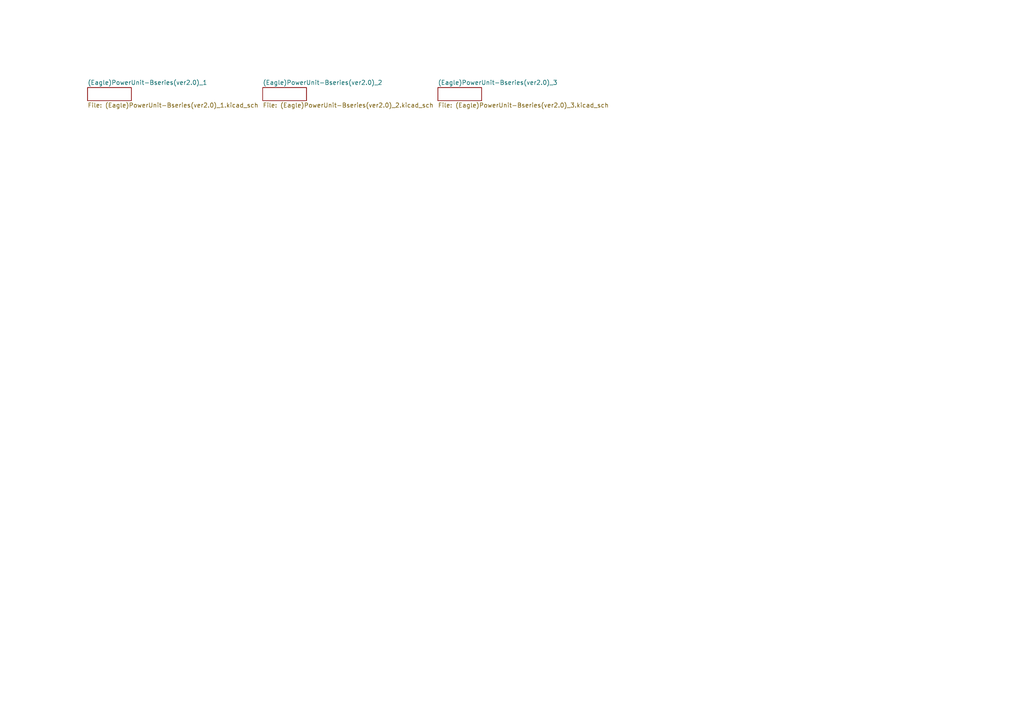
<source format=kicad_sch>
(kicad_sch (version 20230121) (generator eeschema)
  (paper "A4")
  (lib_symbols)
  (sheet (at 25.4 25.4) (size 12.7 3.81)
    (property "Sheetname" "(Eagle)PowerUnit-Bseries(ver2.0)_1" (at 25.4 24.6884 0) (effects (justify left bottom)))
    (property "Sheetfile" "(Eagle)PowerUnit-Bseries(ver2.0)_1.kicad_sch" (at 25.4 29.7946 0) (effects (justify left top)))
  )
  (sheet (at 76.2 25.4) (size 12.7 3.81)
    (property "Sheetname" "(Eagle)PowerUnit-Bseries(ver2.0)_2" (at 76.2 24.6884 0) (effects (justify left bottom)))
    (property "Sheetfile" "(Eagle)PowerUnit-Bseries(ver2.0)_2.kicad_sch" (at 76.2 29.7946 0) (effects (justify left top)))
  )
  (sheet (at 127 25.4) (size 12.7 3.81)
    (property "Sheetname" "(Eagle)PowerUnit-Bseries(ver2.0)_3" (at 127 24.6884 0) (effects (justify left bottom)))
    (property "Sheetfile" "(Eagle)PowerUnit-Bseries(ver2.0)_3.kicad_sch" (at 127 29.7946 0) (effects (justify left top)))
  )
)
</source>
